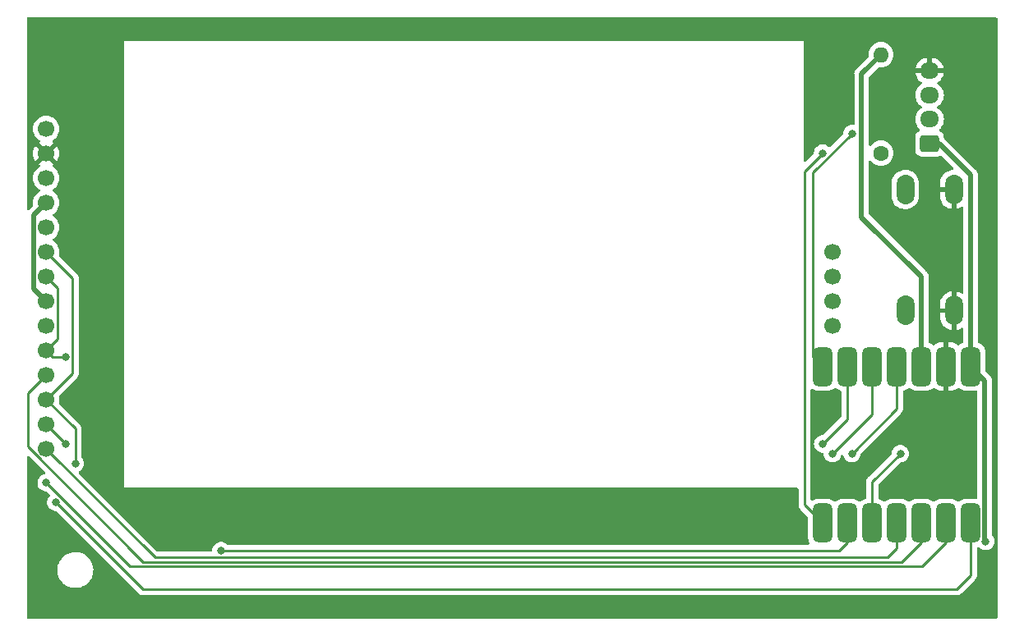
<source format=gbr>
%TF.GenerationSoftware,KiCad,Pcbnew,7.0.9*%
%TF.CreationDate,2025-01-19T18:06:07+09:00*%
%TF.ProjectId,06-UI,30362d55-492e-46b6-9963-61645f706362,rev?*%
%TF.SameCoordinates,Original*%
%TF.FileFunction,Copper,L2,Bot*%
%TF.FilePolarity,Positive*%
%FSLAX46Y46*%
G04 Gerber Fmt 4.6, Leading zero omitted, Abs format (unit mm)*
G04 Created by KiCad (PCBNEW 7.0.9) date 2025-01-19 18:06:07*
%MOMM*%
%LPD*%
G01*
G04 APERTURE LIST*
G04 Aperture macros list*
%AMRoundRect*
0 Rectangle with rounded corners*
0 $1 Rounding radius*
0 $2 $3 $4 $5 $6 $7 $8 $9 X,Y pos of 4 corners*
0 Add a 4 corners polygon primitive as box body*
4,1,4,$2,$3,$4,$5,$6,$7,$8,$9,$2,$3,0*
0 Add four circle primitives for the rounded corners*
1,1,$1+$1,$2,$3*
1,1,$1+$1,$4,$5*
1,1,$1+$1,$6,$7*
1,1,$1+$1,$8,$9*
0 Add four rect primitives between the rounded corners*
20,1,$1+$1,$2,$3,$4,$5,0*
20,1,$1+$1,$4,$5,$6,$7,0*
20,1,$1+$1,$6,$7,$8,$9,0*
20,1,$1+$1,$8,$9,$2,$3,0*%
G04 Aperture macros list end*
%TA.AperFunction,ComponentPad*%
%ADD10O,1.950000X1.700000*%
%TD*%
%TA.AperFunction,ComponentPad*%
%ADD11RoundRect,0.250000X0.725000X-0.600000X0.725000X0.600000X-0.725000X0.600000X-0.725000X-0.600000X0*%
%TD*%
%TA.AperFunction,SMDPad,CuDef*%
%ADD12RoundRect,0.500000X0.500000X-1.500000X0.500000X1.500000X-0.500000X1.500000X-0.500000X-1.500000X0*%
%TD*%
%TA.AperFunction,ComponentPad*%
%ADD13C,1.700000*%
%TD*%
%TA.AperFunction,ComponentPad*%
%ADD14O,1.850000X3.048000*%
%TD*%
%TA.AperFunction,ComponentPad*%
%ADD15O,1.600000X1.600000*%
%TD*%
%TA.AperFunction,ComponentPad*%
%ADD16C,1.600000*%
%TD*%
%TA.AperFunction,ViaPad*%
%ADD17C,0.800000*%
%TD*%
%TA.AperFunction,Conductor*%
%ADD18C,0.500000*%
%TD*%
%TA.AperFunction,Conductor*%
%ADD19C,0.250000*%
%TD*%
G04 APERTURE END LIST*
D10*
%TO.P,J1,4,Pin_4*%
%TO.N,GND*%
X143000000Y-55500000D03*
%TO.P,J1,3,Pin_3*%
%TO.N,TX*%
X143000000Y-58000000D03*
%TO.P,J1,2,Pin_2*%
%TO.N,RX*%
X143000000Y-60500000D03*
D11*
%TO.P,J1,1,Pin_1*%
%TO.N,+5V*%
X143000000Y-63000000D03*
%TD*%
D12*
%TO.P,U1,1,D0/A0*%
%TO.N,Display_CS*%
X147240000Y-102165000D03*
%TO.P,U1,2,D1/A1*%
%TO.N,Display_DC*%
X144700000Y-102165000D03*
%TO.P,U1,3,D2/A2*%
%TO.N,Touch_CS*%
X142160000Y-102165000D03*
%TO.P,U1,4,D3/A3*%
%TO.N,Touch_IRQ*%
X139620000Y-102165000D03*
%TO.P,U1,5,D4/SDA*%
%TO.N,SW*%
X137080000Y-102165000D03*
%TO.P,U1,6,D5/SCL*%
%TO.N,WS2812B*%
X134540000Y-102165000D03*
%TO.P,U1,7,D6/TX*%
%TO.N,TX*%
X132000000Y-102165000D03*
%TO.P,U1,8,RX/D7*%
%TO.N,RX*%
X132000000Y-86000000D03*
%TO.P,U1,9,D8*%
%TO.N,SCK*%
X134540000Y-86000000D03*
%TO.P,U1,10,D9*%
%TO.N,MISO*%
X137080000Y-86000000D03*
%TO.P,U1,11,D10*%
%TO.N,MOSI*%
X139620000Y-86000000D03*
%TO.P,U1,12,3V3*%
%TO.N,+3V3*%
X142160000Y-86000000D03*
%TO.P,U1,13,GND*%
%TO.N,GND*%
X144700000Y-86000000D03*
%TO.P,U1,14,5V*%
%TO.N,+5V*%
X147240000Y-86000000D03*
%TD*%
D13*
%TO.P,U2,*%
%TO.N,*%
X133000000Y-81810000D03*
X133000000Y-79270000D03*
X133000000Y-76730000D03*
X133000000Y-74190000D03*
%TO.P,U2,1,VCC*%
%TO.N,+3V3*%
X52000000Y-61490000D03*
%TO.P,U2,2,GND*%
%TO.N,GND*%
X52000000Y-64030000D03*
%TO.P,U2,3,CS*%
%TO.N,Display_CS*%
X52000000Y-66570000D03*
%TO.P,U2,4,RESET*%
%TO.N,+3V3*%
X52000000Y-69110000D03*
%TO.P,U2,5,DC/RS*%
%TO.N,Display_DC*%
X52000000Y-71650000D03*
%TO.P,U2,6,MOSI*%
%TO.N,MOSI*%
X52000000Y-74190000D03*
%TO.P,U2,7,SCK*%
%TO.N,SCK*%
X52000000Y-76730000D03*
%TO.P,U2,8,LED*%
%TO.N,+3V3*%
X52000000Y-79270000D03*
%TO.P,U2,9,MISO*%
%TO.N,unconnected-(U2-MISO-Pad9)*%
X52000000Y-81810000D03*
%TO.P,U2,10,T_CLK*%
%TO.N,SCK*%
X52000000Y-84350000D03*
%TO.P,U2,11,T_CS*%
%TO.N,Touch_CS*%
X52000000Y-86890000D03*
%TO.P,U2,12,T_DIN*%
%TO.N,MOSI*%
X52000000Y-89430000D03*
%TO.P,U2,13,T_DOUT*%
%TO.N,MISO*%
X52000000Y-91970000D03*
%TO.P,U2,14,T_IRQ*%
%TO.N,Touch_IRQ*%
X52000000Y-94510000D03*
%TD*%
D14*
%TO.P,SW1,1,1*%
%TO.N,SW*%
X140500000Y-80240000D03*
X140500000Y-67740000D03*
%TO.P,SW1,2,2*%
%TO.N,GND*%
X145500000Y-80240000D03*
X145500000Y-67740000D03*
%TD*%
D15*
%TO.P,R1,2*%
%TO.N,+3V3*%
X138000000Y-53840000D03*
D16*
%TO.P,R1,1*%
%TO.N,SW*%
X138000000Y-64000000D03*
%TD*%
D17*
%TO.N,GND*%
X129540000Y-102235000D03*
X148590000Y-80010000D03*
X137795000Y-70485000D03*
X143510000Y-82550000D03*
X145415000Y-71120000D03*
X142240000Y-74295000D03*
X137160000Y-66040000D03*
X140970000Y-56515000D03*
X137795000Y-56515000D03*
X137795000Y-61595000D03*
X143510000Y-65405000D03*
X147320000Y-64135000D03*
X148590000Y-50800000D03*
X137160000Y-50800000D03*
X135255000Y-53975000D03*
X130810000Y-62230000D03*
X53975000Y-57785000D03*
X58420000Y-52705000D03*
X50800000Y-59690000D03*
X55880000Y-50800000D03*
X54610000Y-74295000D03*
X56515000Y-85090000D03*
X62865000Y-103505000D03*
X59055000Y-96520000D03*
X50800000Y-99060000D03*
X51435000Y-110490000D03*
X149225000Y-111125000D03*
X147320000Y-99060000D03*
X141605000Y-89535000D03*
X147320000Y-89535000D03*
X138430000Y-99060000D03*
X135890000Y-99060000D03*
X139065000Y-92710000D03*
X132715000Y-99060000D03*
%TO.N,SW*%
X140000000Y-95000000D03*
%TO.N,MOSI*%
X54987701Y-96012299D03*
X135000000Y-95000000D03*
%TO.N,MISO*%
X54000000Y-94000000D03*
X133000000Y-95000000D03*
%TO.N,SCK*%
X54000000Y-85000000D03*
X132000000Y-94000000D03*
%TO.N,Display_CS*%
X52987701Y-100012299D03*
%TO.N,Display_DC*%
X52000000Y-98000000D03*
%TO.N,WS2812B*%
X70000000Y-105000000D03*
%TO.N,+5V*%
X148770710Y-104047808D03*
%TO.N,TX*%
X131987701Y-63987701D03*
%TO.N,RX*%
X135000000Y-62000000D03*
%TD*%
D18*
%TO.N,+3V3*%
X136000000Y-55840000D02*
X138000000Y-53840000D01*
X142160000Y-76755000D02*
X136000000Y-70595000D01*
X142160000Y-86000000D02*
X142160000Y-76755000D01*
X136000000Y-70595000D02*
X136000000Y-55840000D01*
D19*
%TO.N,SW*%
X137080000Y-97920000D02*
X140000000Y-95000000D01*
X137080000Y-102165000D02*
X137080000Y-97920000D01*
%TO.N,SCK*%
X53175000Y-77905000D02*
X52000000Y-76730000D01*
X53175000Y-83175000D02*
X53175000Y-77905000D01*
X52000000Y-84350000D02*
X53175000Y-83175000D01*
D18*
%TO.N,+3V3*%
X50700000Y-70410000D02*
X50700000Y-77970000D01*
X52000000Y-69110000D02*
X50700000Y-70410000D01*
X50700000Y-77970000D02*
X52000000Y-79270000D01*
D19*
%TO.N,MOSI*%
X54725000Y-86705000D02*
X52000000Y-89430000D01*
X54725000Y-76915000D02*
X54725000Y-86705000D01*
X52000000Y-74190000D02*
X54725000Y-76915000D01*
X54987701Y-92417701D02*
X52000000Y-89430000D01*
X54987701Y-96012299D02*
X54987701Y-92417701D01*
X139620000Y-90380000D02*
X135000000Y-95000000D01*
X139620000Y-86000000D02*
X139620000Y-90380000D01*
%TO.N,MISO*%
X54000000Y-93970000D02*
X52000000Y-91970000D01*
X54000000Y-94000000D02*
X54000000Y-93970000D01*
X137080000Y-90920000D02*
X133000000Y-95000000D01*
X137080000Y-86000000D02*
X137080000Y-90920000D01*
%TO.N,SCK*%
X52650000Y-85000000D02*
X52000000Y-84350000D01*
X54000000Y-85000000D02*
X52650000Y-85000000D01*
X134540000Y-91460000D02*
X132000000Y-94000000D01*
X134540000Y-86000000D02*
X134540000Y-91460000D01*
%TO.N,Display_CS*%
X61950402Y-108975000D02*
X52987701Y-100012299D01*
X145818072Y-108975000D02*
X61950402Y-108975000D01*
X147240000Y-107553072D02*
X145818072Y-108975000D01*
X147240000Y-102165000D02*
X147240000Y-107553072D01*
%TO.N,Display_DC*%
X60625000Y-106625000D02*
X52000000Y-98000000D01*
X144700000Y-104165000D02*
X142240000Y-106625000D01*
X142240000Y-106625000D02*
X60625000Y-106625000D01*
X144700000Y-102165000D02*
X144700000Y-104165000D01*
%TO.N,Touch_CS*%
X62003299Y-106175000D02*
X50125000Y-94296701D01*
X50125000Y-94296701D02*
X50125000Y-88765000D01*
X140150000Y-106175000D02*
X62003299Y-106175000D01*
X50125000Y-88765000D02*
X52000000Y-86890000D01*
X142160000Y-104165000D02*
X140150000Y-106175000D01*
X142160000Y-102165000D02*
X142160000Y-104165000D01*
D18*
%TO.N,+5V*%
X148770710Y-104047808D02*
X148690000Y-103967098D01*
X148690000Y-103967098D02*
X148690000Y-87450000D01*
X148690000Y-87450000D02*
X147240000Y-86000000D01*
D19*
%TO.N,Touch_IRQ*%
X63215000Y-105725000D02*
X52000000Y-94510000D01*
X138650195Y-105725000D02*
X63215000Y-105725000D01*
X139620000Y-104755195D02*
X138650195Y-105725000D01*
X139620000Y-102165000D02*
X139620000Y-104755195D01*
%TO.N,WS2812B*%
X133705000Y-105000000D02*
X70000000Y-105000000D01*
X134540000Y-104165000D02*
X133705000Y-105000000D01*
X134540000Y-102165000D02*
X134540000Y-104165000D01*
%TO.N,TX*%
X130125000Y-65850402D02*
X130125000Y-100290000D01*
X131987701Y-63987701D02*
X130125000Y-65850402D01*
X130125000Y-100290000D02*
X132000000Y-102165000D01*
%TO.N,RX*%
X131000000Y-66000000D02*
X135000000Y-62000000D01*
X131000000Y-85000000D02*
X131000000Y-66000000D01*
X132000000Y-86000000D02*
X131000000Y-85000000D01*
D18*
%TO.N,+5V*%
X147240000Y-66265000D02*
X143975000Y-63000000D01*
X143975000Y-63000000D02*
X143000000Y-63000000D01*
X147240000Y-86000000D02*
X147240000Y-66265000D01*
%TD*%
%TA.AperFunction,Conductor*%
%TO.N,GND*%
G36*
X149942539Y-50020185D02*
G01*
X149988294Y-50072989D01*
X149999500Y-50124500D01*
X149999500Y-111875500D01*
X149979815Y-111942539D01*
X149927011Y-111988294D01*
X149875500Y-111999500D01*
X50124500Y-111999500D01*
X50057461Y-111979815D01*
X50011706Y-111927011D01*
X50000500Y-111875500D01*
X50000500Y-107067763D01*
X53145787Y-107067763D01*
X53175413Y-107337013D01*
X53175415Y-107337024D01*
X53243926Y-107599082D01*
X53243928Y-107599088D01*
X53349870Y-107848390D01*
X53469285Y-108044058D01*
X53490979Y-108079605D01*
X53490986Y-108079615D01*
X53664253Y-108287819D01*
X53664259Y-108287824D01*
X53711124Y-108329815D01*
X53865998Y-108468582D01*
X54091910Y-108618044D01*
X54337176Y-108733020D01*
X54337183Y-108733022D01*
X54337185Y-108733023D01*
X54596557Y-108811057D01*
X54596564Y-108811058D01*
X54596569Y-108811060D01*
X54864561Y-108850500D01*
X54864566Y-108850500D01*
X55067636Y-108850500D01*
X55119133Y-108846730D01*
X55270156Y-108835677D01*
X55382758Y-108810593D01*
X55534546Y-108776782D01*
X55534548Y-108776781D01*
X55534553Y-108776780D01*
X55787558Y-108680014D01*
X56023777Y-108547441D01*
X56238177Y-108381888D01*
X56426186Y-108186881D01*
X56583799Y-107966579D01*
X56687040Y-107765774D01*
X56707649Y-107725690D01*
X56707651Y-107725684D01*
X56707656Y-107725675D01*
X56795118Y-107469305D01*
X56844319Y-107202933D01*
X56854212Y-106932235D01*
X56824586Y-106662982D01*
X56756072Y-106400912D01*
X56650130Y-106151610D01*
X56509018Y-105920390D01*
X56456975Y-105857853D01*
X56335746Y-105712180D01*
X56335740Y-105712175D01*
X56134002Y-105531418D01*
X55908092Y-105381957D01*
X55908090Y-105381956D01*
X55662824Y-105266980D01*
X55662819Y-105266978D01*
X55662814Y-105266976D01*
X55403442Y-105188942D01*
X55403428Y-105188939D01*
X55287791Y-105171921D01*
X55135439Y-105149500D01*
X54932369Y-105149500D01*
X54932364Y-105149500D01*
X54729844Y-105164323D01*
X54729831Y-105164325D01*
X54465453Y-105223217D01*
X54465446Y-105223220D01*
X54212439Y-105319987D01*
X53976226Y-105452557D01*
X53761822Y-105618112D01*
X53573822Y-105813109D01*
X53573816Y-105813116D01*
X53416202Y-106033419D01*
X53416199Y-106033424D01*
X53292350Y-106274309D01*
X53292343Y-106274327D01*
X53204884Y-106530685D01*
X53204882Y-106530695D01*
X53158682Y-106780823D01*
X53155681Y-106797068D01*
X53155680Y-106797075D01*
X53145787Y-107067763D01*
X50000500Y-107067763D01*
X50000500Y-95356153D01*
X50020185Y-95289114D01*
X50072989Y-95243359D01*
X50142147Y-95233415D01*
X50205703Y-95262440D01*
X50212181Y-95268472D01*
X51857555Y-96913846D01*
X51891040Y-96975169D01*
X51886056Y-97044861D01*
X51844184Y-97100794D01*
X51795655Y-97122817D01*
X51720197Y-97138855D01*
X51720192Y-97138857D01*
X51547270Y-97215848D01*
X51547265Y-97215851D01*
X51394129Y-97327111D01*
X51267466Y-97467785D01*
X51172821Y-97631715D01*
X51172818Y-97631722D01*
X51114327Y-97811740D01*
X51114326Y-97811744D01*
X51094540Y-98000000D01*
X51114326Y-98188256D01*
X51114327Y-98188259D01*
X51172818Y-98368277D01*
X51172821Y-98368284D01*
X51267467Y-98532216D01*
X51368568Y-98644500D01*
X51394129Y-98672888D01*
X51547265Y-98784148D01*
X51547270Y-98784151D01*
X51720192Y-98861142D01*
X51720197Y-98861144D01*
X51905354Y-98900500D01*
X51964548Y-98900500D01*
X52031587Y-98920185D01*
X52052229Y-98936819D01*
X52333206Y-99217796D01*
X52366691Y-99279119D01*
X52361707Y-99348811D01*
X52337675Y-99388449D01*
X52255167Y-99480083D01*
X52160522Y-99644014D01*
X52160519Y-99644021D01*
X52117277Y-99777108D01*
X52102027Y-99824043D01*
X52082241Y-100012299D01*
X52102027Y-100200555D01*
X52102028Y-100200558D01*
X52160519Y-100380576D01*
X52160522Y-100380583D01*
X52255168Y-100544515D01*
X52333421Y-100631423D01*
X52381830Y-100685187D01*
X52534966Y-100796447D01*
X52534971Y-100796450D01*
X52707893Y-100873441D01*
X52707898Y-100873443D01*
X52893055Y-100912799D01*
X52952249Y-100912799D01*
X53019288Y-100932484D01*
X53039929Y-100949117D01*
X57252686Y-105161875D01*
X61449599Y-109358788D01*
X61459424Y-109371051D01*
X61459645Y-109370869D01*
X61464616Y-109376878D01*
X61485445Y-109396437D01*
X61515037Y-109424226D01*
X61535931Y-109445120D01*
X61541413Y-109449373D01*
X61545845Y-109453157D01*
X61579820Y-109485062D01*
X61597378Y-109494714D01*
X61613637Y-109505395D01*
X61629466Y-109517673D01*
X61672240Y-109536182D01*
X61677458Y-109538738D01*
X61718310Y-109561197D01*
X61737718Y-109566180D01*
X61756119Y-109572480D01*
X61774506Y-109580437D01*
X61817890Y-109587308D01*
X61820521Y-109587725D01*
X61826241Y-109588909D01*
X61871383Y-109600500D01*
X61891418Y-109600500D01*
X61910816Y-109602026D01*
X61930596Y-109605159D01*
X61930597Y-109605160D01*
X61930597Y-109605159D01*
X61930598Y-109605160D01*
X61976986Y-109600775D01*
X61982824Y-109600500D01*
X145735329Y-109600500D01*
X145750949Y-109602224D01*
X145750976Y-109601939D01*
X145758732Y-109602671D01*
X145758739Y-109602673D01*
X145827886Y-109600500D01*
X145857422Y-109600500D01*
X145864300Y-109599630D01*
X145870113Y-109599172D01*
X145916699Y-109597709D01*
X145935941Y-109592117D01*
X145954984Y-109588174D01*
X145974864Y-109585664D01*
X146018194Y-109568507D01*
X146023718Y-109566617D01*
X146027468Y-109565527D01*
X146068462Y-109553618D01*
X146085701Y-109543422D01*
X146103175Y-109534862D01*
X146121799Y-109527488D01*
X146121799Y-109527487D01*
X146121804Y-109527486D01*
X146159521Y-109500082D01*
X146164377Y-109496892D01*
X146204492Y-109473170D01*
X146218661Y-109458999D01*
X146233451Y-109446368D01*
X146249659Y-109434594D01*
X146279371Y-109398676D01*
X146283284Y-109394376D01*
X147623787Y-108053874D01*
X147636042Y-108044058D01*
X147635859Y-108043836D01*
X147641866Y-108038864D01*
X147641877Y-108038858D01*
X147672775Y-108005954D01*
X147689227Y-107988436D01*
X147699671Y-107977990D01*
X147710120Y-107967543D01*
X147714379Y-107962050D01*
X147718152Y-107957633D01*
X147750062Y-107923654D01*
X147759715Y-107906092D01*
X147770389Y-107889842D01*
X147782673Y-107874008D01*
X147801180Y-107831239D01*
X147803749Y-107825996D01*
X147826196Y-107785165D01*
X147826197Y-107785164D01*
X147831177Y-107765763D01*
X147837478Y-107747360D01*
X147845438Y-107728968D01*
X147852730Y-107682921D01*
X147853911Y-107677224D01*
X147865500Y-107632091D01*
X147865500Y-107612055D01*
X147867027Y-107592654D01*
X147870160Y-107572876D01*
X147865775Y-107526487D01*
X147865500Y-107520649D01*
X147865500Y-104763236D01*
X147885185Y-104696197D01*
X147937989Y-104650442D01*
X147955373Y-104644025D01*
X147992589Y-104633376D01*
X148062452Y-104633857D01*
X148118849Y-104669619D01*
X148164839Y-104720696D01*
X148317975Y-104831956D01*
X148317980Y-104831959D01*
X148490902Y-104908950D01*
X148490907Y-104908952D01*
X148676064Y-104948308D01*
X148676065Y-104948308D01*
X148865354Y-104948308D01*
X148865356Y-104948308D01*
X149050513Y-104908952D01*
X149223440Y-104831959D01*
X149376581Y-104720696D01*
X149503243Y-104580024D01*
X149597889Y-104416092D01*
X149656384Y-104236064D01*
X149676170Y-104047808D01*
X149656384Y-103859552D01*
X149597889Y-103679524D01*
X149503243Y-103515592D01*
X149486233Y-103496700D01*
X149472349Y-103481280D01*
X149442120Y-103418288D01*
X149440500Y-103398309D01*
X149440500Y-87513705D01*
X149441809Y-87495735D01*
X149442129Y-87493547D01*
X149445289Y-87471977D01*
X149440735Y-87419931D01*
X149440500Y-87414528D01*
X149440500Y-87406297D01*
X149440500Y-87406291D01*
X149436693Y-87373724D01*
X149429999Y-87297203D01*
X149429999Y-87297201D01*
X149428539Y-87290129D01*
X149428597Y-87290116D01*
X149426965Y-87282757D01*
X149426906Y-87282772D01*
X149425242Y-87275753D01*
X149425241Y-87275745D01*
X149398974Y-87203576D01*
X149374814Y-87130666D01*
X149374809Y-87130659D01*
X149371760Y-87124118D01*
X149371815Y-87124091D01*
X149368533Y-87117313D01*
X149368480Y-87117340D01*
X149365235Y-87110880D01*
X149323028Y-87046708D01*
X149282710Y-86981342D01*
X149278234Y-86975682D01*
X149278281Y-86975644D01*
X149273519Y-86969799D01*
X149273474Y-86969838D01*
X149268834Y-86964309D01*
X149268832Y-86964307D01*
X149268830Y-86964304D01*
X149238061Y-86935275D01*
X149212965Y-86911597D01*
X148776818Y-86475450D01*
X148743333Y-86414127D01*
X148740499Y-86387769D01*
X148740499Y-84441967D01*
X148729886Y-84322584D01*
X148729886Y-84322582D01*
X148677316Y-84138857D01*
X148673910Y-84126954D01*
X148673909Y-84126953D01*
X148673909Y-84126951D01*
X148579698Y-83946593D01*
X148460532Y-83800447D01*
X148451109Y-83788890D01*
X148307963Y-83672171D01*
X148293407Y-83660302D01*
X148113049Y-83566091D01*
X148113048Y-83566090D01*
X148113043Y-83566088D01*
X148080387Y-83556744D01*
X148021349Y-83519376D01*
X147991887Y-83456022D01*
X147990500Y-83437529D01*
X147990500Y-66328705D01*
X147991809Y-66310735D01*
X147995289Y-66286974D01*
X147992820Y-66258762D01*
X147990735Y-66234933D01*
X147990500Y-66229532D01*
X147990500Y-66221296D01*
X147990500Y-66221291D01*
X147986691Y-66188705D01*
X147979998Y-66112203D01*
X147979995Y-66112194D01*
X147978538Y-66105135D01*
X147978598Y-66105122D01*
X147976965Y-66097757D01*
X147976906Y-66097772D01*
X147975241Y-66090749D01*
X147975241Y-66090745D01*
X147948971Y-66018568D01*
X147924816Y-65945670D01*
X147921761Y-65939118D01*
X147921815Y-65939092D01*
X147918533Y-65932312D01*
X147918480Y-65932340D01*
X147915238Y-65925886D01*
X147915237Y-65925883D01*
X147873038Y-65861723D01*
X147832712Y-65796344D01*
X147832711Y-65796343D01*
X147832710Y-65796341D01*
X147828234Y-65790681D01*
X147828280Y-65790643D01*
X147823519Y-65784799D01*
X147823474Y-65784838D01*
X147818834Y-65779308D01*
X147812208Y-65773057D01*
X147779775Y-65742457D01*
X147762982Y-65726613D01*
X144550729Y-62514361D01*
X144538949Y-62500730D01*
X144524610Y-62481470D01*
X144519790Y-62477426D01*
X144481091Y-62419256D01*
X144475499Y-62382439D01*
X144475499Y-62349998D01*
X144475498Y-62349981D01*
X144464999Y-62247203D01*
X144464998Y-62247200D01*
X144409814Y-62080666D01*
X144317712Y-61931344D01*
X144193656Y-61807288D01*
X144060907Y-61725408D01*
X144038879Y-61711821D01*
X143992155Y-61659873D01*
X143980932Y-61590910D01*
X144008776Y-61526828D01*
X144016295Y-61518601D01*
X144067112Y-61467784D01*
X144163495Y-61371401D01*
X144299035Y-61177830D01*
X144398903Y-60963663D01*
X144460063Y-60735408D01*
X144480659Y-60500000D01*
X144460063Y-60264592D01*
X144398903Y-60036337D01*
X144299035Y-59822171D01*
X144299034Y-59822169D01*
X144163494Y-59628597D01*
X143996403Y-59461506D01*
X143940187Y-59422144D01*
X143839401Y-59351573D01*
X143795778Y-59296999D01*
X143788584Y-59227500D01*
X143820106Y-59165145D01*
X143839398Y-59148428D01*
X143996401Y-59038495D01*
X144163495Y-58871401D01*
X144299035Y-58677830D01*
X144398903Y-58463663D01*
X144460063Y-58235408D01*
X144480659Y-58000000D01*
X144460063Y-57764592D01*
X144398903Y-57536337D01*
X144299035Y-57322171D01*
X144299034Y-57322169D01*
X144163494Y-57128597D01*
X143996403Y-56961506D01*
X143838967Y-56851269D01*
X143795342Y-56796692D01*
X143788148Y-56727194D01*
X143819671Y-56664839D01*
X143838967Y-56648119D01*
X143996073Y-56538113D01*
X143996079Y-56538108D01*
X144163105Y-56371082D01*
X144298600Y-56177578D01*
X144398429Y-55963492D01*
X144398432Y-55963486D01*
X144455636Y-55750000D01*
X143403969Y-55750000D01*
X143436519Y-55699351D01*
X143475000Y-55568295D01*
X143475000Y-55431705D01*
X143436519Y-55300649D01*
X143403969Y-55250000D01*
X144455636Y-55250000D01*
X144455635Y-55249999D01*
X144398432Y-55036513D01*
X144398429Y-55036507D01*
X144298600Y-54822422D01*
X144298599Y-54822420D01*
X144163113Y-54628926D01*
X144163108Y-54628920D01*
X143996079Y-54461891D01*
X143996073Y-54461886D01*
X143802579Y-54326400D01*
X143802577Y-54326399D01*
X143588492Y-54226570D01*
X143588483Y-54226566D01*
X143360326Y-54165432D01*
X143360316Y-54165430D01*
X143250000Y-54155778D01*
X143250000Y-55091981D01*
X143135199Y-55039554D01*
X143033975Y-55025000D01*
X142966025Y-55025000D01*
X142864801Y-55039554D01*
X142750000Y-55091981D01*
X142750000Y-54155778D01*
X142639683Y-54165430D01*
X142639673Y-54165432D01*
X142411516Y-54226566D01*
X142411507Y-54226570D01*
X142197422Y-54326399D01*
X142197420Y-54326400D01*
X142003926Y-54461886D01*
X142003920Y-54461891D01*
X141836894Y-54628917D01*
X141701399Y-54822421D01*
X141601570Y-55036507D01*
X141601567Y-55036513D01*
X141544364Y-55249999D01*
X141544364Y-55250000D01*
X142596031Y-55250000D01*
X142563481Y-55300649D01*
X142525000Y-55431705D01*
X142525000Y-55568295D01*
X142563481Y-55699351D01*
X142596031Y-55750000D01*
X141544364Y-55750000D01*
X141601567Y-55963486D01*
X141601570Y-55963492D01*
X141701399Y-56177577D01*
X141701400Y-56177579D01*
X141836886Y-56371073D01*
X141836891Y-56371079D01*
X142003920Y-56538108D01*
X142003926Y-56538113D01*
X142161031Y-56648119D01*
X142204656Y-56702696D01*
X142211850Y-56772194D01*
X142180327Y-56834549D01*
X142161032Y-56851269D01*
X142003594Y-56961508D01*
X141836506Y-57128597D01*
X141836501Y-57128604D01*
X141700967Y-57322165D01*
X141700965Y-57322169D01*
X141601098Y-57536335D01*
X141601094Y-57536344D01*
X141539938Y-57764586D01*
X141539936Y-57764596D01*
X141519341Y-57999999D01*
X141519341Y-58000000D01*
X141539936Y-58235403D01*
X141539938Y-58235413D01*
X141601094Y-58463655D01*
X141601096Y-58463659D01*
X141601097Y-58463663D01*
X141651031Y-58570746D01*
X141700964Y-58677828D01*
X141700965Y-58677830D01*
X141836505Y-58871402D01*
X142003597Y-59038494D01*
X142160595Y-59148425D01*
X142204220Y-59203002D01*
X142211414Y-59272500D01*
X142179891Y-59334855D01*
X142160595Y-59351575D01*
X142003597Y-59461505D01*
X141836506Y-59628597D01*
X141836501Y-59628604D01*
X141700967Y-59822165D01*
X141700965Y-59822169D01*
X141601098Y-60036335D01*
X141601094Y-60036344D01*
X141539938Y-60264586D01*
X141539936Y-60264596D01*
X141519341Y-60499999D01*
X141519341Y-60500000D01*
X141539936Y-60735403D01*
X141539938Y-60735413D01*
X141601094Y-60963655D01*
X141601096Y-60963659D01*
X141601097Y-60963663D01*
X141608383Y-60979287D01*
X141700964Y-61177828D01*
X141700965Y-61177830D01*
X141836505Y-61371402D01*
X141983704Y-61518601D01*
X142017189Y-61579924D01*
X142012205Y-61649616D01*
X141970333Y-61705549D01*
X141961120Y-61711820D01*
X141806347Y-61807285D01*
X141806343Y-61807288D01*
X141682289Y-61931342D01*
X141590187Y-62080663D01*
X141590186Y-62080666D01*
X141535001Y-62247203D01*
X141535001Y-62247204D01*
X141535000Y-62247204D01*
X141524500Y-62349983D01*
X141524500Y-63650001D01*
X141524501Y-63650018D01*
X141535000Y-63752796D01*
X141535001Y-63752799D01*
X141590185Y-63919331D01*
X141590186Y-63919334D01*
X141682288Y-64068656D01*
X141806344Y-64192712D01*
X141955666Y-64284814D01*
X142122203Y-64339999D01*
X142224991Y-64350500D01*
X143775008Y-64350499D01*
X143877797Y-64339999D01*
X144044334Y-64284814D01*
X144056199Y-64277495D01*
X144123588Y-64259051D01*
X144190253Y-64279969D01*
X144208982Y-64295349D01*
X145423528Y-65509895D01*
X145457013Y-65571218D01*
X145452029Y-65640910D01*
X145410157Y-65696843D01*
X145344693Y-65721260D01*
X145341112Y-65721464D01*
X145318348Y-65722431D01*
X145318344Y-65722431D01*
X145081218Y-65773536D01*
X145081217Y-65773536D01*
X144856143Y-65863978D01*
X144649584Y-65991161D01*
X144467492Y-66151422D01*
X144467488Y-66151426D01*
X144315109Y-66340144D01*
X144315105Y-66340150D01*
X144196805Y-66551917D01*
X144115996Y-66780629D01*
X144115994Y-66780637D01*
X144075000Y-67019706D01*
X144075000Y-67490000D01*
X144899272Y-67490000D01*
X144876900Y-67537543D01*
X144846127Y-67698862D01*
X144856439Y-67862766D01*
X144897780Y-67990000D01*
X144075000Y-67990000D01*
X144075000Y-68399539D01*
X144090417Y-68580692D01*
X144151541Y-68815440D01*
X144251453Y-69036472D01*
X144251458Y-69036480D01*
X144387291Y-69237450D01*
X144387293Y-69237453D01*
X144555135Y-69412575D01*
X144555136Y-69412576D01*
X144750156Y-69556813D01*
X144966757Y-69666021D01*
X145198701Y-69737053D01*
X145198699Y-69737053D01*
X145249999Y-69743622D01*
X145250000Y-69743622D01*
X145250000Y-68344310D01*
X145258817Y-68349158D01*
X145417886Y-68390000D01*
X145540894Y-68390000D01*
X145662933Y-68374583D01*
X145750000Y-68340110D01*
X145750000Y-69742837D01*
X145918781Y-69706463D01*
X145918782Y-69706463D01*
X146143856Y-69616021D01*
X146300486Y-69519581D01*
X146367893Y-69501194D01*
X146434540Y-69522169D01*
X146479267Y-69575846D01*
X146489500Y-69625171D01*
X146489500Y-78354496D01*
X146469815Y-78421535D01*
X146417011Y-78467290D01*
X146347853Y-78477234D01*
X146291766Y-78454192D01*
X146249842Y-78423186D01*
X146033242Y-78313978D01*
X145801304Y-78242947D01*
X145801297Y-78242946D01*
X145750000Y-78236376D01*
X145750000Y-79635689D01*
X145741183Y-79630842D01*
X145582114Y-79590000D01*
X145459106Y-79590000D01*
X145337067Y-79605417D01*
X145250000Y-79639889D01*
X145250000Y-78237161D01*
X145081217Y-78273536D01*
X145081214Y-78273537D01*
X144856143Y-78363978D01*
X144649584Y-78491161D01*
X144467492Y-78651422D01*
X144467488Y-78651426D01*
X144315109Y-78840144D01*
X144315105Y-78840150D01*
X144196805Y-79051917D01*
X144115996Y-79280629D01*
X144115994Y-79280637D01*
X144075000Y-79519706D01*
X144075000Y-79990000D01*
X144899272Y-79990000D01*
X144876900Y-80037543D01*
X144846127Y-80198862D01*
X144856439Y-80362766D01*
X144897780Y-80490000D01*
X144075000Y-80490000D01*
X144075000Y-80899539D01*
X144090417Y-81080692D01*
X144151541Y-81315440D01*
X144251453Y-81536472D01*
X144251458Y-81536480D01*
X144387291Y-81737450D01*
X144387293Y-81737453D01*
X144555135Y-81912575D01*
X144555136Y-81912576D01*
X144750156Y-82056813D01*
X144966757Y-82166021D01*
X145198701Y-82237053D01*
X145198699Y-82237053D01*
X145249999Y-82243622D01*
X145250000Y-82243622D01*
X145250000Y-80844310D01*
X145258817Y-80849158D01*
X145417886Y-80890000D01*
X145540894Y-80890000D01*
X145662933Y-80874583D01*
X145750000Y-80840110D01*
X145750000Y-82242837D01*
X145918781Y-82206463D01*
X145918782Y-82206463D01*
X146143856Y-82116021D01*
X146300486Y-82019581D01*
X146367893Y-82001194D01*
X146434540Y-82022169D01*
X146479267Y-82075846D01*
X146489500Y-82125171D01*
X146489500Y-83437529D01*
X146469815Y-83504568D01*
X146417011Y-83550323D01*
X146399613Y-83556744D01*
X146366956Y-83566088D01*
X146186587Y-83660305D01*
X146047963Y-83773338D01*
X145983567Y-83800447D01*
X145914737Y-83788437D01*
X145891242Y-83773338D01*
X145753129Y-83660721D01*
X145572861Y-83566557D01*
X145377328Y-83510609D01*
X145377325Y-83510608D01*
X145258002Y-83500000D01*
X144950000Y-83500000D01*
X144950000Y-88500000D01*
X145258002Y-88500000D01*
X145377325Y-88489391D01*
X145377328Y-88489390D01*
X145572861Y-88433442D01*
X145753130Y-88339278D01*
X145891241Y-88226662D01*
X145955637Y-88199552D01*
X146024467Y-88211561D01*
X146047964Y-88226661D01*
X146186593Y-88339698D01*
X146366951Y-88433909D01*
X146562582Y-88489886D01*
X146681963Y-88500500D01*
X146681964Y-88500499D01*
X146681965Y-88500500D01*
X146681966Y-88500500D01*
X147160280Y-88500499D01*
X147798036Y-88500499D01*
X147804520Y-88499922D01*
X147873037Y-88513592D01*
X147923289Y-88562136D01*
X147939500Y-88623435D01*
X147939500Y-99541563D01*
X147919815Y-99608602D01*
X147867011Y-99654357D01*
X147804528Y-99665077D01*
X147798039Y-99664500D01*
X147798034Y-99664500D01*
X147319720Y-99664500D01*
X146681964Y-99664501D01*
X146652727Y-99667100D01*
X146562584Y-99675113D01*
X146366954Y-99731089D01*
X146278856Y-99777108D01*
X146186593Y-99825302D01*
X146186591Y-99825303D01*
X146186590Y-99825304D01*
X146048361Y-99938015D01*
X145983964Y-99965124D01*
X145915135Y-99953115D01*
X145891639Y-99938015D01*
X145828385Y-99886438D01*
X145753407Y-99825302D01*
X145573049Y-99731091D01*
X145573048Y-99731090D01*
X145573045Y-99731089D01*
X145455829Y-99697550D01*
X145377418Y-99675114D01*
X145377415Y-99675113D01*
X145377413Y-99675113D01*
X145286983Y-99667073D01*
X145258037Y-99664500D01*
X145258035Y-99664500D01*
X145258034Y-99664500D01*
X144779720Y-99664500D01*
X144141964Y-99664501D01*
X144112727Y-99667100D01*
X144022584Y-99675113D01*
X143826954Y-99731089D01*
X143738856Y-99777108D01*
X143646593Y-99825302D01*
X143646591Y-99825303D01*
X143646590Y-99825304D01*
X143508361Y-99938015D01*
X143443964Y-99965124D01*
X143375135Y-99953115D01*
X143351639Y-99938015D01*
X143288385Y-99886438D01*
X143213407Y-99825302D01*
X143033049Y-99731091D01*
X143033048Y-99731090D01*
X143033045Y-99731089D01*
X142915829Y-99697550D01*
X142837418Y-99675114D01*
X142837415Y-99675113D01*
X142837413Y-99675113D01*
X142746983Y-99667073D01*
X142718037Y-99664500D01*
X142718035Y-99664500D01*
X142718034Y-99664500D01*
X142239720Y-99664500D01*
X141601964Y-99664501D01*
X141572727Y-99667100D01*
X141482584Y-99675113D01*
X141286954Y-99731089D01*
X141198856Y-99777108D01*
X141106593Y-99825302D01*
X141106591Y-99825303D01*
X141106590Y-99825304D01*
X140968361Y-99938015D01*
X140903964Y-99965124D01*
X140835135Y-99953115D01*
X140811639Y-99938015D01*
X140748385Y-99886438D01*
X140673407Y-99825302D01*
X140493049Y-99731091D01*
X140493048Y-99731090D01*
X140493045Y-99731089D01*
X140375829Y-99697550D01*
X140297418Y-99675114D01*
X140297415Y-99675113D01*
X140297413Y-99675113D01*
X140206983Y-99667073D01*
X140178037Y-99664500D01*
X140178035Y-99664500D01*
X140178034Y-99664500D01*
X139699720Y-99664500D01*
X139061964Y-99664501D01*
X139032727Y-99667100D01*
X138942584Y-99675113D01*
X138746954Y-99731089D01*
X138658856Y-99777108D01*
X138566593Y-99825302D01*
X138566591Y-99825303D01*
X138566590Y-99825304D01*
X138428361Y-99938015D01*
X138363964Y-99965124D01*
X138295135Y-99953115D01*
X138271639Y-99938015D01*
X138208385Y-99886438D01*
X138133407Y-99825302D01*
X137953049Y-99731091D01*
X137953042Y-99731089D01*
X137913992Y-99719915D01*
X137795386Y-99685978D01*
X137736351Y-99648612D01*
X137706887Y-99585258D01*
X137705500Y-99566763D01*
X137705500Y-98230452D01*
X137725185Y-98163413D01*
X137741819Y-98142771D01*
X139947771Y-95936819D01*
X140009094Y-95903334D01*
X140035452Y-95900500D01*
X140094644Y-95900500D01*
X140094646Y-95900500D01*
X140279803Y-95861144D01*
X140452730Y-95784151D01*
X140605871Y-95672888D01*
X140732533Y-95532216D01*
X140827179Y-95368284D01*
X140885674Y-95188256D01*
X140905460Y-95000000D01*
X140885674Y-94811744D01*
X140827179Y-94631716D01*
X140732533Y-94467784D01*
X140605871Y-94327112D01*
X140577522Y-94306515D01*
X140452734Y-94215851D01*
X140452729Y-94215848D01*
X140279807Y-94138857D01*
X140279802Y-94138855D01*
X140134001Y-94107865D01*
X140094646Y-94099500D01*
X139905354Y-94099500D01*
X139872897Y-94106398D01*
X139720197Y-94138855D01*
X139720192Y-94138857D01*
X139547270Y-94215848D01*
X139547265Y-94215851D01*
X139394129Y-94327111D01*
X139267466Y-94467785D01*
X139172821Y-94631715D01*
X139172818Y-94631722D01*
X139114327Y-94811740D01*
X139114326Y-94811744D01*
X139100255Y-94945627D01*
X139096679Y-94979649D01*
X139070094Y-95044263D01*
X139061039Y-95054368D01*
X136696208Y-97419199D01*
X136683951Y-97429020D01*
X136684134Y-97429241D01*
X136678123Y-97434213D01*
X136630772Y-97484636D01*
X136609889Y-97505519D01*
X136609877Y-97505532D01*
X136605621Y-97511017D01*
X136601837Y-97515447D01*
X136569937Y-97549418D01*
X136569936Y-97549420D01*
X136560284Y-97566976D01*
X136549610Y-97583226D01*
X136537329Y-97599061D01*
X136537324Y-97599068D01*
X136518815Y-97641838D01*
X136516245Y-97647084D01*
X136493803Y-97687906D01*
X136488822Y-97707307D01*
X136482521Y-97725710D01*
X136474562Y-97744102D01*
X136474561Y-97744105D01*
X136467271Y-97790127D01*
X136466087Y-97795846D01*
X136454501Y-97840972D01*
X136454500Y-97840982D01*
X136454500Y-97861016D01*
X136452973Y-97880415D01*
X136449840Y-97900194D01*
X136449840Y-97900195D01*
X136454225Y-97946583D01*
X136454500Y-97952421D01*
X136454500Y-99566763D01*
X136434815Y-99633802D01*
X136382011Y-99679557D01*
X136364617Y-99685977D01*
X136285572Y-99708594D01*
X136206953Y-99731090D01*
X136206951Y-99731090D01*
X136206951Y-99731091D01*
X136026593Y-99825302D01*
X136026591Y-99825303D01*
X136026590Y-99825304D01*
X135888361Y-99938015D01*
X135823964Y-99965124D01*
X135755135Y-99953115D01*
X135731639Y-99938015D01*
X135668385Y-99886438D01*
X135593407Y-99825302D01*
X135413049Y-99731091D01*
X135413048Y-99731090D01*
X135413045Y-99731089D01*
X135295829Y-99697550D01*
X135217418Y-99675114D01*
X135217415Y-99675113D01*
X135217413Y-99675113D01*
X135126983Y-99667073D01*
X135098037Y-99664500D01*
X135098035Y-99664500D01*
X135098034Y-99664500D01*
X134619720Y-99664500D01*
X133981964Y-99664501D01*
X133952727Y-99667100D01*
X133862584Y-99675113D01*
X133666954Y-99731089D01*
X133578856Y-99777108D01*
X133486593Y-99825302D01*
X133486591Y-99825303D01*
X133486590Y-99825304D01*
X133348361Y-99938015D01*
X133283964Y-99965124D01*
X133215135Y-99953115D01*
X133191639Y-99938015D01*
X133128385Y-99886438D01*
X133053407Y-99825302D01*
X132873049Y-99731091D01*
X132873048Y-99731090D01*
X132873045Y-99731089D01*
X132755829Y-99697550D01*
X132677418Y-99675114D01*
X132677415Y-99675113D01*
X132677413Y-99675113D01*
X132586983Y-99667073D01*
X132558037Y-99664500D01*
X132558035Y-99664500D01*
X132558034Y-99664500D01*
X132079720Y-99664500D01*
X131441964Y-99664501D01*
X131412727Y-99667100D01*
X131322584Y-99675113D01*
X131126954Y-99731089D01*
X131038856Y-99777108D01*
X130946593Y-99825302D01*
X130946591Y-99825302D01*
X130946586Y-99825306D01*
X130942731Y-99827847D01*
X130875922Y-99848299D01*
X130808661Y-99829384D01*
X130762304Y-99777108D01*
X130750500Y-99724307D01*
X130750500Y-88440692D01*
X130770185Y-88373653D01*
X130822989Y-88327898D01*
X130892147Y-88317954D01*
X130942739Y-88337157D01*
X130946584Y-88339691D01*
X130946593Y-88339698D01*
X131126951Y-88433909D01*
X131322582Y-88489886D01*
X131441963Y-88500500D01*
X131441964Y-88500499D01*
X131441965Y-88500500D01*
X131441966Y-88500500D01*
X131920280Y-88500499D01*
X132558036Y-88500499D01*
X132677418Y-88489886D01*
X132873049Y-88433909D01*
X133053407Y-88339698D01*
X133191640Y-88226983D01*
X133256035Y-88199875D01*
X133324865Y-88211884D01*
X133348357Y-88226981D01*
X133486593Y-88339698D01*
X133666951Y-88433909D01*
X133824614Y-88479022D01*
X133883649Y-88516387D01*
X133913113Y-88579740D01*
X133914500Y-88598236D01*
X133914500Y-91149547D01*
X133894815Y-91216586D01*
X133878181Y-91237228D01*
X132052228Y-93063181D01*
X131990905Y-93096666D01*
X131964547Y-93099500D01*
X131905354Y-93099500D01*
X131872897Y-93106398D01*
X131720197Y-93138855D01*
X131720192Y-93138857D01*
X131547270Y-93215848D01*
X131547265Y-93215851D01*
X131394129Y-93327111D01*
X131267466Y-93467785D01*
X131172821Y-93631715D01*
X131172818Y-93631722D01*
X131114327Y-93811740D01*
X131114326Y-93811744D01*
X131094540Y-94000000D01*
X131114326Y-94188256D01*
X131114327Y-94188259D01*
X131172818Y-94368277D01*
X131172821Y-94368284D01*
X131267467Y-94532216D01*
X131357063Y-94631722D01*
X131394129Y-94672888D01*
X131547265Y-94784148D01*
X131547270Y-94784151D01*
X131720192Y-94861142D01*
X131720197Y-94861144D01*
X131905354Y-94900500D01*
X131905355Y-94900500D01*
X131972432Y-94900500D01*
X132039471Y-94920185D01*
X132085226Y-94972989D01*
X132095752Y-95011535D01*
X132114326Y-95188256D01*
X132114327Y-95188259D01*
X132172818Y-95368277D01*
X132172821Y-95368284D01*
X132267467Y-95532216D01*
X132355068Y-95629506D01*
X132394129Y-95672888D01*
X132547265Y-95784148D01*
X132547270Y-95784151D01*
X132720192Y-95861142D01*
X132720197Y-95861144D01*
X132905354Y-95900500D01*
X132905355Y-95900500D01*
X133094644Y-95900500D01*
X133094646Y-95900500D01*
X133279803Y-95861144D01*
X133452730Y-95784151D01*
X133605871Y-95672888D01*
X133732533Y-95532216D01*
X133827179Y-95368284D01*
X133882069Y-95199351D01*
X133921506Y-95141675D01*
X133985865Y-95114477D01*
X134054711Y-95126392D01*
X134106187Y-95173636D01*
X134117931Y-95199351D01*
X134172818Y-95368277D01*
X134172821Y-95368284D01*
X134267467Y-95532216D01*
X134355068Y-95629506D01*
X134394129Y-95672888D01*
X134547265Y-95784148D01*
X134547270Y-95784151D01*
X134720192Y-95861142D01*
X134720197Y-95861144D01*
X134905354Y-95900500D01*
X134905355Y-95900500D01*
X135094644Y-95900500D01*
X135094646Y-95900500D01*
X135279803Y-95861144D01*
X135452730Y-95784151D01*
X135605871Y-95672888D01*
X135732533Y-95532216D01*
X135827179Y-95368284D01*
X135885674Y-95188256D01*
X135903321Y-95020345D01*
X135929905Y-94955732D01*
X135938952Y-94945636D01*
X140003786Y-90880802D01*
X140016048Y-90870980D01*
X140015865Y-90870759D01*
X140021867Y-90865792D01*
X140021877Y-90865786D01*
X140069241Y-90815348D01*
X140090120Y-90794470D01*
X140094373Y-90788986D01*
X140098150Y-90784563D01*
X140130062Y-90750582D01*
X140139714Y-90733023D01*
X140150389Y-90716772D01*
X140162674Y-90700936D01*
X140181186Y-90658152D01*
X140183742Y-90652935D01*
X140206197Y-90612092D01*
X140211180Y-90592680D01*
X140217477Y-90574291D01*
X140225438Y-90555895D01*
X140232729Y-90509853D01*
X140233908Y-90504162D01*
X140245500Y-90459019D01*
X140245500Y-90438983D01*
X140247027Y-90419582D01*
X140250160Y-90399804D01*
X140245775Y-90353415D01*
X140245500Y-90347577D01*
X140245500Y-88598236D01*
X140265185Y-88531197D01*
X140317989Y-88485442D01*
X140335375Y-88479025D01*
X140493049Y-88433909D01*
X140673407Y-88339698D01*
X140811640Y-88226983D01*
X140876035Y-88199875D01*
X140944865Y-88211884D01*
X140968357Y-88226981D01*
X141106593Y-88339698D01*
X141286951Y-88433909D01*
X141482582Y-88489886D01*
X141601963Y-88500500D01*
X141601964Y-88500499D01*
X141601965Y-88500500D01*
X141601966Y-88500500D01*
X142080280Y-88500499D01*
X142718036Y-88500499D01*
X142837418Y-88489886D01*
X143033049Y-88433909D01*
X143213407Y-88339698D01*
X143352037Y-88226660D01*
X143416431Y-88199552D01*
X143485261Y-88211561D01*
X143508757Y-88226661D01*
X143646870Y-88339278D01*
X143827138Y-88433442D01*
X144022671Y-88489390D01*
X144022674Y-88489391D01*
X144141998Y-88500000D01*
X144450000Y-88500000D01*
X144450000Y-83500000D01*
X144141998Y-83500000D01*
X144022674Y-83510608D01*
X144022671Y-83510609D01*
X143827138Y-83566557D01*
X143646870Y-83660721D01*
X143508757Y-83773338D01*
X143444361Y-83800447D01*
X143375531Y-83788438D01*
X143352035Y-83773338D01*
X143227963Y-83672171D01*
X143213407Y-83660302D01*
X143033049Y-83566091D01*
X143033048Y-83566090D01*
X143033043Y-83566088D01*
X143000387Y-83556744D01*
X142941349Y-83519376D01*
X142911887Y-83456022D01*
X142910500Y-83437529D01*
X142910500Y-76818705D01*
X142911809Y-76800736D01*
X142912451Y-76796351D01*
X142915289Y-76776977D01*
X142910735Y-76724931D01*
X142910500Y-76719528D01*
X142910500Y-76711297D01*
X142910500Y-76711291D01*
X142906693Y-76678724D01*
X142902421Y-76629894D01*
X142899999Y-76602201D01*
X142898539Y-76595129D01*
X142898597Y-76595116D01*
X142896965Y-76587757D01*
X142896906Y-76587772D01*
X142895242Y-76580753D01*
X142895241Y-76580745D01*
X142868974Y-76508576D01*
X142844814Y-76435666D01*
X142844809Y-76435659D01*
X142841760Y-76429118D01*
X142841815Y-76429091D01*
X142838533Y-76422313D01*
X142838480Y-76422340D01*
X142835235Y-76415880D01*
X142793028Y-76351708D01*
X142752710Y-76286342D01*
X142748234Y-76280682D01*
X142748281Y-76280644D01*
X142743519Y-76274799D01*
X142743474Y-76274838D01*
X142738834Y-76269308D01*
X142735692Y-76266344D01*
X142728528Y-76259584D01*
X142682964Y-76216596D01*
X136786819Y-70320451D01*
X136753334Y-70259128D01*
X136750500Y-70232770D01*
X136750500Y-68399559D01*
X139074500Y-68399559D01*
X139089923Y-68580775D01*
X139089924Y-68580777D01*
X139151068Y-68815608D01*
X139151069Y-68815611D01*
X139251013Y-69036713D01*
X139251020Y-69036725D01*
X139386900Y-69237765D01*
X139386902Y-69237767D01*
X139554803Y-69412952D01*
X139554804Y-69412953D01*
X139749893Y-69557241D01*
X139749895Y-69557242D01*
X139749898Y-69557244D01*
X139966571Y-69666488D01*
X140198591Y-69737543D01*
X140439281Y-69768365D01*
X140681719Y-69758066D01*
X140918928Y-69706944D01*
X141144086Y-69616468D01*
X141350714Y-69489242D01*
X141532869Y-69328925D01*
X141685311Y-69140130D01*
X141803653Y-68928288D01*
X141884491Y-68699493D01*
X141904847Y-68580775D01*
X141925499Y-68460337D01*
X141925500Y-68460326D01*
X141925500Y-67080441D01*
X141910076Y-66899224D01*
X141910075Y-66899222D01*
X141910075Y-66899218D01*
X141848931Y-66664392D01*
X141848931Y-66664391D01*
X141848930Y-66664388D01*
X141748986Y-66443286D01*
X141748979Y-66443274D01*
X141675525Y-66334596D01*
X141613100Y-66242235D01*
X141445197Y-66067048D01*
X141445196Y-66067047D01*
X141445195Y-66067046D01*
X141250106Y-65922758D01*
X141165090Y-65879894D01*
X141033429Y-65813512D01*
X140801409Y-65742457D01*
X140801407Y-65742456D01*
X140801405Y-65742456D01*
X140560713Y-65711634D01*
X140318284Y-65721933D01*
X140318280Y-65721933D01*
X140081070Y-65773056D01*
X140081067Y-65773057D01*
X139855917Y-65863530D01*
X139649286Y-65990757D01*
X139467130Y-66151075D01*
X139467126Y-66151079D01*
X139314688Y-66339870D01*
X139196347Y-66551709D01*
X139115511Y-66780499D01*
X139115507Y-66780513D01*
X139074500Y-67019662D01*
X139074500Y-68399559D01*
X136750500Y-68399559D01*
X136750500Y-64876160D01*
X136770185Y-64809121D01*
X136822989Y-64763366D01*
X136892147Y-64753422D01*
X136955703Y-64782447D01*
X136976073Y-64805035D01*
X136996319Y-64833950D01*
X136999955Y-64839142D01*
X137160858Y-65000045D01*
X137160861Y-65000047D01*
X137347266Y-65130568D01*
X137553504Y-65226739D01*
X137553509Y-65226740D01*
X137553511Y-65226741D01*
X137606415Y-65240916D01*
X137773308Y-65285635D01*
X137935230Y-65299801D01*
X137999998Y-65305468D01*
X138000000Y-65305468D01*
X138000002Y-65305468D01*
X138056673Y-65300509D01*
X138226692Y-65285635D01*
X138446496Y-65226739D01*
X138652734Y-65130568D01*
X138839139Y-65000047D01*
X139000047Y-64839139D01*
X139130568Y-64652734D01*
X139226739Y-64446496D01*
X139285635Y-64226692D01*
X139305468Y-64000000D01*
X139302611Y-63967350D01*
X139298410Y-63919331D01*
X139285635Y-63773308D01*
X139226739Y-63553504D01*
X139130568Y-63347266D01*
X139000047Y-63160861D01*
X139000045Y-63160858D01*
X138839141Y-62999954D01*
X138652734Y-62869432D01*
X138652732Y-62869431D01*
X138446497Y-62773261D01*
X138446488Y-62773258D01*
X138226697Y-62714366D01*
X138226693Y-62714365D01*
X138226692Y-62714365D01*
X138226691Y-62714364D01*
X138226686Y-62714364D01*
X138000002Y-62694532D01*
X137999998Y-62694532D01*
X137773313Y-62714364D01*
X137773302Y-62714366D01*
X137553511Y-62773258D01*
X137553502Y-62773261D01*
X137347267Y-62869431D01*
X137347265Y-62869432D01*
X137160858Y-62999954D01*
X136999954Y-63160858D01*
X136976075Y-63194962D01*
X136921498Y-63238587D01*
X136852000Y-63245781D01*
X136789645Y-63214258D01*
X136754231Y-63154029D01*
X136750500Y-63123839D01*
X136750500Y-56202229D01*
X136770185Y-56135190D01*
X136786819Y-56114548D01*
X137223802Y-55677565D01*
X137734652Y-55166714D01*
X137795973Y-55133231D01*
X137833135Y-55130869D01*
X137976366Y-55143400D01*
X137999999Y-55145468D01*
X138000000Y-55145468D01*
X138000002Y-55145468D01*
X138056673Y-55140509D01*
X138226692Y-55125635D01*
X138446496Y-55066739D01*
X138652734Y-54970568D01*
X138839139Y-54840047D01*
X139000047Y-54679139D01*
X139130568Y-54492734D01*
X139226739Y-54286496D01*
X139285635Y-54066692D01*
X139305468Y-53840000D01*
X139285635Y-53613308D01*
X139226739Y-53393504D01*
X139130568Y-53187266D01*
X139000047Y-53000861D01*
X139000045Y-53000858D01*
X138839141Y-52839954D01*
X138652734Y-52709432D01*
X138652732Y-52709431D01*
X138446497Y-52613261D01*
X138446488Y-52613258D01*
X138226697Y-52554366D01*
X138226693Y-52554365D01*
X138226692Y-52554365D01*
X138226691Y-52554364D01*
X138226686Y-52554364D01*
X138000002Y-52534532D01*
X137999998Y-52534532D01*
X137773313Y-52554364D01*
X137773302Y-52554366D01*
X137553511Y-52613258D01*
X137553502Y-52613261D01*
X137347267Y-52709431D01*
X137347265Y-52709432D01*
X137160858Y-52839954D01*
X136999954Y-53000858D01*
X136869432Y-53187265D01*
X136869431Y-53187267D01*
X136773261Y-53393502D01*
X136773258Y-53393511D01*
X136714366Y-53613302D01*
X136714364Y-53613313D01*
X136694532Y-53839998D01*
X136694532Y-53840003D01*
X136709129Y-54006861D01*
X136695362Y-54075360D01*
X136673282Y-54105348D01*
X135514358Y-55264272D01*
X135500729Y-55276051D01*
X135481468Y-55290390D01*
X135447898Y-55330397D01*
X135444253Y-55334376D01*
X135438409Y-55340222D01*
X135418059Y-55365959D01*
X135368695Y-55424789D01*
X135364729Y-55430819D01*
X135364682Y-55430788D01*
X135360630Y-55437147D01*
X135360679Y-55437177D01*
X135356889Y-55443321D01*
X135324424Y-55512941D01*
X135289960Y-55581566D01*
X135287488Y-55588357D01*
X135287432Y-55588336D01*
X135284960Y-55595450D01*
X135285015Y-55595469D01*
X135282742Y-55602327D01*
X135274975Y-55639946D01*
X135267207Y-55677565D01*
X135262044Y-55699351D01*
X135249498Y-55752286D01*
X135248661Y-55759454D01*
X135248601Y-55759447D01*
X135247835Y-55766945D01*
X135247895Y-55766951D01*
X135247265Y-55774140D01*
X135249500Y-55850916D01*
X135249500Y-60979287D01*
X135229815Y-61046326D01*
X135177011Y-61092081D01*
X135107853Y-61102025D01*
X135099724Y-61100578D01*
X135094651Y-61099500D01*
X135094646Y-61099500D01*
X134905354Y-61099500D01*
X134893475Y-61102025D01*
X134720197Y-61138855D01*
X134720192Y-61138857D01*
X134547270Y-61215848D01*
X134547265Y-61215851D01*
X134394129Y-61327111D01*
X134267466Y-61467785D01*
X134172821Y-61631715D01*
X134172818Y-61631722D01*
X134114327Y-61811740D01*
X134114326Y-61811744D01*
X134101756Y-61931342D01*
X134096679Y-61979649D01*
X134070094Y-62044263D01*
X134061039Y-62054368D01*
X132784055Y-63331352D01*
X132722732Y-63364837D01*
X132653040Y-63359853D01*
X132604225Y-63326644D01*
X132593572Y-63314813D01*
X132593565Y-63314807D01*
X132440435Y-63203552D01*
X132440430Y-63203549D01*
X132267508Y-63126558D01*
X132267503Y-63126556D01*
X132121702Y-63095566D01*
X132082347Y-63087201D01*
X131893055Y-63087201D01*
X131860598Y-63094099D01*
X131707898Y-63126556D01*
X131707893Y-63126558D01*
X131534971Y-63203549D01*
X131534966Y-63203552D01*
X131381830Y-63314812D01*
X131255167Y-63455486D01*
X131160522Y-63619416D01*
X131160519Y-63619423D01*
X131103574Y-63794684D01*
X131102027Y-63799445D01*
X131089426Y-63919336D01*
X131084380Y-63967350D01*
X131057795Y-64031964D01*
X131048740Y-64042069D01*
X130212181Y-64878629D01*
X130150858Y-64912114D01*
X130081167Y-64907130D01*
X130025233Y-64865258D01*
X130000816Y-64799794D01*
X130000500Y-64790948D01*
X130000500Y-52424759D01*
X130000528Y-52424616D01*
X130000524Y-52424616D01*
X130000539Y-52400002D01*
X130000541Y-52400000D01*
X130000462Y-52399808D01*
X130000384Y-52399618D01*
X130000382Y-52399616D01*
X130000099Y-52399500D01*
X130000000Y-52399459D01*
X129975446Y-52399459D01*
X129975240Y-52399500D01*
X60024760Y-52399500D01*
X60024554Y-52399459D01*
X60000000Y-52399459D01*
X59999901Y-52399500D01*
X59999617Y-52399616D01*
X59999615Y-52399618D01*
X59999459Y-52399999D01*
X59999476Y-52424616D01*
X59999471Y-52424616D01*
X59999500Y-52424759D01*
X59999500Y-98495467D01*
X59999416Y-98495889D01*
X59999459Y-98520001D01*
X59999500Y-98520099D01*
X59999616Y-98520382D01*
X59999618Y-98520384D01*
X59999808Y-98520462D01*
X60000000Y-98520541D01*
X60000002Y-98520539D01*
X60024616Y-98520524D01*
X60024616Y-98520528D01*
X60024760Y-98520500D01*
X129375500Y-98520500D01*
X129442539Y-98540185D01*
X129488294Y-98592989D01*
X129499500Y-98644500D01*
X129499500Y-100207255D01*
X129497775Y-100222872D01*
X129498061Y-100222899D01*
X129497326Y-100230665D01*
X129499500Y-100299814D01*
X129499500Y-100329343D01*
X129499501Y-100329360D01*
X129500368Y-100336231D01*
X129500826Y-100342050D01*
X129502290Y-100388624D01*
X129502291Y-100388627D01*
X129507880Y-100407867D01*
X129511824Y-100426911D01*
X129514336Y-100446791D01*
X129531490Y-100490119D01*
X129533382Y-100495647D01*
X129546382Y-100540390D01*
X129548821Y-100544515D01*
X129556580Y-100557634D01*
X129565138Y-100575103D01*
X129572514Y-100593732D01*
X129599898Y-100631423D01*
X129603106Y-100636307D01*
X129626827Y-100676416D01*
X129626833Y-100676424D01*
X129640990Y-100690580D01*
X129653628Y-100705376D01*
X129665405Y-100721586D01*
X129665406Y-100721587D01*
X129701309Y-100751288D01*
X129705620Y-100755210D01*
X130463181Y-101512771D01*
X130496666Y-101574094D01*
X130499500Y-101600452D01*
X130499501Y-103723032D01*
X130499501Y-103723033D01*
X130510113Y-103842415D01*
X130566090Y-104038047D01*
X130647077Y-104193089D01*
X130660668Y-104261624D01*
X130635049Y-104326627D01*
X130578353Y-104367461D01*
X130537168Y-104374500D01*
X70703748Y-104374500D01*
X70636709Y-104354815D01*
X70611600Y-104333474D01*
X70605873Y-104327114D01*
X70605869Y-104327110D01*
X70452734Y-104215851D01*
X70452729Y-104215848D01*
X70279807Y-104138857D01*
X70279802Y-104138855D01*
X70134001Y-104107865D01*
X70094646Y-104099500D01*
X69905354Y-104099500D01*
X69872897Y-104106398D01*
X69720197Y-104138855D01*
X69720192Y-104138857D01*
X69547270Y-104215848D01*
X69547265Y-104215851D01*
X69394129Y-104327111D01*
X69267466Y-104467785D01*
X69172821Y-104631715D01*
X69172818Y-104631722D01*
X69114327Y-104811740D01*
X69114326Y-104811744D01*
X69098970Y-104957853D01*
X69095753Y-104988462D01*
X69069168Y-105053076D01*
X69011871Y-105093061D01*
X68972432Y-105099500D01*
X63525452Y-105099500D01*
X63458413Y-105079815D01*
X63437771Y-105063181D01*
X55381607Y-97007017D01*
X55348122Y-96945694D01*
X55353106Y-96876002D01*
X55394978Y-96820069D01*
X55418848Y-96806059D01*
X55440431Y-96796450D01*
X55593572Y-96685187D01*
X55720234Y-96544515D01*
X55814880Y-96380583D01*
X55873375Y-96200555D01*
X55893161Y-96012299D01*
X55873375Y-95824043D01*
X55814880Y-95644015D01*
X55720234Y-95480083D01*
X55720233Y-95480082D01*
X55645051Y-95396583D01*
X55614821Y-95333591D01*
X55613201Y-95313611D01*
X55613201Y-92500438D01*
X55614925Y-92484824D01*
X55614639Y-92484797D01*
X55615373Y-92477034D01*
X55613201Y-92407904D01*
X55613201Y-92378352D01*
X55613201Y-92378351D01*
X55612330Y-92371460D01*
X55611873Y-92365646D01*
X55611831Y-92364323D01*
X55610410Y-92319074D01*
X55604823Y-92299845D01*
X55600875Y-92280785D01*
X55598365Y-92260909D01*
X55581208Y-92217576D01*
X55579320Y-92212060D01*
X55566320Y-92167313D01*
X55556119Y-92150064D01*
X55547561Y-92132595D01*
X55540187Y-92113969D01*
X55540184Y-92113965D01*
X55540184Y-92113964D01*
X55512799Y-92076272D01*
X55509591Y-92071388D01*
X55485873Y-92031283D01*
X55485864Y-92031272D01*
X55471706Y-92017114D01*
X55459071Y-92002321D01*
X55447294Y-91986113D01*
X55411394Y-91956414D01*
X55407082Y-91952491D01*
X53340237Y-89885646D01*
X53306752Y-89824323D01*
X53308142Y-89765876D01*
X53335063Y-89665408D01*
X53355659Y-89430000D01*
X53335063Y-89194592D01*
X53308143Y-89094125D01*
X53309806Y-89024276D01*
X53340235Y-88974353D01*
X55108787Y-87205801D01*
X55121042Y-87195986D01*
X55120859Y-87195764D01*
X55126866Y-87190792D01*
X55126877Y-87190786D01*
X55157775Y-87157882D01*
X55174227Y-87140364D01*
X55184671Y-87129918D01*
X55195120Y-87119471D01*
X55199379Y-87113978D01*
X55203152Y-87109561D01*
X55235062Y-87075582D01*
X55244715Y-87058020D01*
X55255389Y-87041770D01*
X55267673Y-87025936D01*
X55286180Y-86983167D01*
X55288749Y-86977924D01*
X55311196Y-86937093D01*
X55311197Y-86937092D01*
X55316177Y-86917691D01*
X55322478Y-86899288D01*
X55330438Y-86880896D01*
X55337730Y-86834849D01*
X55338911Y-86829152D01*
X55350500Y-86784019D01*
X55350500Y-86763983D01*
X55352027Y-86744582D01*
X55355160Y-86724804D01*
X55350775Y-86678415D01*
X55350500Y-86672577D01*
X55350500Y-76997742D01*
X55352224Y-76982122D01*
X55351939Y-76982096D01*
X55352671Y-76974340D01*
X55352673Y-76974333D01*
X55350500Y-76905185D01*
X55350500Y-76875650D01*
X55349631Y-76868772D01*
X55349172Y-76862943D01*
X55347709Y-76816372D01*
X55342122Y-76797144D01*
X55338174Y-76778084D01*
X55335663Y-76758204D01*
X55318512Y-76714887D01*
X55316619Y-76709358D01*
X55303618Y-76664609D01*
X55303616Y-76664606D01*
X55293423Y-76647371D01*
X55284861Y-76629894D01*
X55277487Y-76611270D01*
X55277486Y-76611268D01*
X55250079Y-76573545D01*
X55246888Y-76568686D01*
X55223172Y-76528583D01*
X55223165Y-76528574D01*
X55209006Y-76514415D01*
X55196368Y-76499619D01*
X55192716Y-76494592D01*
X55184594Y-76483413D01*
X55148688Y-76453709D01*
X55144376Y-76449786D01*
X53340237Y-74645647D01*
X53306752Y-74584324D01*
X53308143Y-74525872D01*
X53335063Y-74425408D01*
X53355659Y-74190000D01*
X53335063Y-73954592D01*
X53273903Y-73726337D01*
X53174035Y-73512171D01*
X53162436Y-73495605D01*
X53038494Y-73318597D01*
X52871402Y-73151506D01*
X52871396Y-73151501D01*
X52685842Y-73021575D01*
X52642217Y-72966998D01*
X52635023Y-72897500D01*
X52666546Y-72835145D01*
X52685842Y-72818425D01*
X52708026Y-72802891D01*
X52871401Y-72688495D01*
X53038495Y-72521401D01*
X53174035Y-72327830D01*
X53273903Y-72113663D01*
X53335063Y-71885408D01*
X53355659Y-71650000D01*
X53335063Y-71414592D01*
X53273903Y-71186337D01*
X53174035Y-70972171D01*
X53147390Y-70934117D01*
X53038494Y-70778597D01*
X52871402Y-70611506D01*
X52871396Y-70611501D01*
X52685842Y-70481575D01*
X52642217Y-70426998D01*
X52635023Y-70357500D01*
X52666546Y-70295145D01*
X52685842Y-70278425D01*
X52713401Y-70259128D01*
X52871401Y-70148495D01*
X53038495Y-69981401D01*
X53174035Y-69787830D01*
X53273903Y-69573663D01*
X53335063Y-69345408D01*
X53355659Y-69110000D01*
X53335063Y-68874592D01*
X53273903Y-68646337D01*
X53174035Y-68432171D01*
X53151197Y-68399554D01*
X53038494Y-68238597D01*
X52871402Y-68071506D01*
X52871396Y-68071501D01*
X52685842Y-67941575D01*
X52642217Y-67886998D01*
X52635023Y-67817500D01*
X52666546Y-67755145D01*
X52685842Y-67738425D01*
X52858920Y-67617234D01*
X52871401Y-67608495D01*
X53038495Y-67441401D01*
X53174035Y-67247830D01*
X53273903Y-67033663D01*
X53335063Y-66805408D01*
X53355659Y-66570000D01*
X53335063Y-66334592D01*
X53273903Y-66106337D01*
X53174035Y-65892171D01*
X53154295Y-65863978D01*
X53038494Y-65698597D01*
X52871402Y-65531506D01*
X52871401Y-65531505D01*
X52685405Y-65401269D01*
X52641781Y-65346692D01*
X52634588Y-65277193D01*
X52666110Y-65214839D01*
X52685405Y-65198119D01*
X52761373Y-65144925D01*
X52132533Y-64516086D01*
X52142315Y-64514680D01*
X52273100Y-64454952D01*
X52381761Y-64360798D01*
X52459493Y-64239844D01*
X52483076Y-64159524D01*
X53114925Y-64791373D01*
X53114926Y-64791373D01*
X53173598Y-64707582D01*
X53173600Y-64707578D01*
X53273429Y-64493492D01*
X53273433Y-64493483D01*
X53334567Y-64265326D01*
X53334569Y-64265315D01*
X53355157Y-64030001D01*
X53355157Y-64029998D01*
X53334569Y-63794684D01*
X53334567Y-63794673D01*
X53273433Y-63566516D01*
X53273429Y-63566507D01*
X53173600Y-63352423D01*
X53173599Y-63352421D01*
X53114925Y-63268626D01*
X53114925Y-63268625D01*
X52483076Y-63900475D01*
X52459493Y-63820156D01*
X52381761Y-63699202D01*
X52273100Y-63605048D01*
X52142315Y-63545320D01*
X52132533Y-63543913D01*
X52761373Y-62915073D01*
X52761373Y-62915072D01*
X52685405Y-62861880D01*
X52641780Y-62807304D01*
X52634586Y-62737805D01*
X52666108Y-62675451D01*
X52685399Y-62658734D01*
X52871401Y-62528495D01*
X53038495Y-62361401D01*
X53174035Y-62167830D01*
X53273903Y-61953663D01*
X53335063Y-61725408D01*
X53355659Y-61490000D01*
X53335063Y-61254592D01*
X53273903Y-61026337D01*
X53174035Y-60812171D01*
X53120286Y-60735408D01*
X53038494Y-60618597D01*
X52871402Y-60451506D01*
X52871395Y-60451501D01*
X52677834Y-60315967D01*
X52677830Y-60315965D01*
X52567669Y-60264596D01*
X52463663Y-60216097D01*
X52463659Y-60216096D01*
X52463655Y-60216094D01*
X52235413Y-60154938D01*
X52235403Y-60154936D01*
X52000001Y-60134341D01*
X51999999Y-60134341D01*
X51764596Y-60154936D01*
X51764586Y-60154938D01*
X51536344Y-60216094D01*
X51536335Y-60216098D01*
X51322171Y-60315964D01*
X51322169Y-60315965D01*
X51128597Y-60451505D01*
X50961505Y-60618597D01*
X50825965Y-60812169D01*
X50825964Y-60812171D01*
X50726098Y-61026335D01*
X50726094Y-61026344D01*
X50664938Y-61254586D01*
X50664936Y-61254596D01*
X50644341Y-61489999D01*
X50644341Y-61490000D01*
X50664936Y-61725403D01*
X50664938Y-61725413D01*
X50726094Y-61953655D01*
X50726096Y-61953659D01*
X50726097Y-61953663D01*
X50768345Y-62044263D01*
X50825965Y-62167830D01*
X50825967Y-62167834D01*
X50881543Y-62247204D01*
X50961505Y-62361401D01*
X51128599Y-62528495D01*
X51314594Y-62658730D01*
X51358218Y-62713307D01*
X51365411Y-62782806D01*
X51333889Y-62845160D01*
X51314593Y-62861880D01*
X51238626Y-62915072D01*
X51238625Y-62915072D01*
X51867466Y-63543913D01*
X51857685Y-63545320D01*
X51726900Y-63605048D01*
X51618239Y-63699202D01*
X51540507Y-63820156D01*
X51516923Y-63900476D01*
X50885072Y-63268625D01*
X50826401Y-63352419D01*
X50726570Y-63566507D01*
X50726566Y-63566516D01*
X50665432Y-63794673D01*
X50665430Y-63794684D01*
X50644843Y-64029998D01*
X50644843Y-64030001D01*
X50665430Y-64265315D01*
X50665432Y-64265326D01*
X50726566Y-64493483D01*
X50726570Y-64493492D01*
X50826400Y-64707579D01*
X50826402Y-64707583D01*
X50885072Y-64791373D01*
X50885073Y-64791373D01*
X51516923Y-64159523D01*
X51540507Y-64239844D01*
X51618239Y-64360798D01*
X51726900Y-64454952D01*
X51857685Y-64514680D01*
X51867466Y-64516086D01*
X51238625Y-65144925D01*
X51314594Y-65198119D01*
X51358219Y-65252696D01*
X51365413Y-65322194D01*
X51333890Y-65384549D01*
X51314595Y-65401269D01*
X51128594Y-65531508D01*
X50961505Y-65698597D01*
X50825965Y-65892169D01*
X50825964Y-65892171D01*
X50726098Y-66106335D01*
X50726094Y-66106344D01*
X50664938Y-66334586D01*
X50664936Y-66334596D01*
X50644341Y-66569999D01*
X50644341Y-66570000D01*
X50664936Y-66805403D01*
X50664938Y-66805413D01*
X50726094Y-67033655D01*
X50726096Y-67033659D01*
X50726097Y-67033663D01*
X50787748Y-67165874D01*
X50825965Y-67247830D01*
X50825967Y-67247834D01*
X50961501Y-67441395D01*
X50961506Y-67441402D01*
X51128597Y-67608493D01*
X51128603Y-67608498D01*
X51314158Y-67738425D01*
X51357783Y-67793002D01*
X51364977Y-67862500D01*
X51333454Y-67924855D01*
X51314158Y-67941575D01*
X51128597Y-68071505D01*
X50961505Y-68238597D01*
X50825965Y-68432169D01*
X50825964Y-68432171D01*
X50726098Y-68646335D01*
X50726094Y-68646344D01*
X50664938Y-68874586D01*
X50664936Y-68874596D01*
X50644341Y-69109999D01*
X50644341Y-69110001D01*
X50662977Y-69323012D01*
X50649210Y-69391512D01*
X50627130Y-69421500D01*
X50214358Y-69834272D01*
X50200733Y-69846048D01*
X50198556Y-69847669D01*
X50133029Y-69871918D01*
X50064795Y-69856892D01*
X50015516Y-69807360D01*
X50000500Y-69748212D01*
X50000500Y-50124500D01*
X50020185Y-50057461D01*
X50072989Y-50011706D01*
X50124500Y-50000500D01*
X149875500Y-50000500D01*
X149942539Y-50020185D01*
G37*
%TD.AperFunction*%
%TD*%
M02*

</source>
